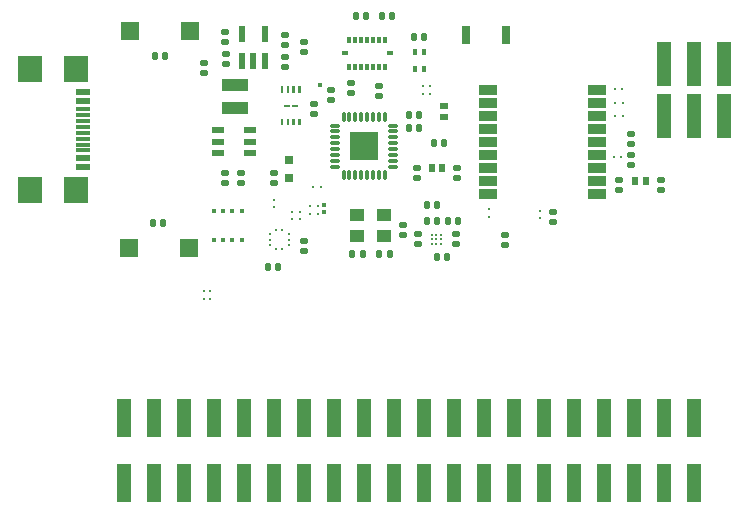
<source format=gtp>
%FSTAX23Y23*%
%MOIN*%
%SFA1B1*%

%IPPOS*%
%AMD21*
4,1,8,0.006200,0.010600,-0.006200,0.010600,-0.011800,0.005000,-0.011800,-0.005000,-0.006200,-0.010600,0.006200,-0.010600,0.011800,-0.005000,0.011800,0.005000,0.006200,0.010600,0.0*
1,1,0.011268,0.006200,0.005000*
1,1,0.011268,-0.006200,0.005000*
1,1,0.011268,-0.006200,-0.005000*
1,1,0.011268,0.006200,-0.005000*
%
%AMD22*
4,1,8,-0.010600,0.006200,-0.010600,-0.006200,-0.005000,-0.011800,0.005000,-0.011800,0.010600,-0.006200,0.010600,0.006200,0.005000,0.011800,-0.005000,0.011800,-0.010600,0.006200,0.0*
1,1,0.011268,-0.005000,0.006200*
1,1,0.011268,-0.005000,-0.006200*
1,1,0.011268,0.005000,-0.006200*
1,1,0.011268,0.005000,0.006200*
%
%AMD45*
4,1,8,-0.014600,-0.005300,0.014600,-0.005300,0.015900,-0.004000,0.015900,0.004000,0.014600,0.005300,-0.014600,0.005300,-0.015900,0.004000,-0.015900,-0.004000,-0.014600,-0.005300,0.0*
1,1,0.002661,-0.014600,-0.004000*
1,1,0.002661,0.014600,-0.004000*
1,1,0.002661,0.014600,0.004000*
1,1,0.002661,-0.014600,0.004000*
%
%AMD46*
4,1,8,-0.004000,-0.015900,0.004000,-0.015900,0.005300,-0.014600,0.005300,0.014600,0.004000,0.015900,-0.004000,0.015900,-0.005300,0.014600,-0.005300,-0.014600,-0.004000,-0.015900,0.0*
1,1,0.002661,-0.004000,-0.014600*
1,1,0.002661,0.004000,-0.014600*
1,1,0.002661,0.004000,0.014600*
1,1,0.002661,-0.004000,0.014600*
%
%ADD19R,0.062992X0.035433*%
%ADD20R,0.020079X0.028740*%
G04~CAMADD=21~8~0.0~0.0~236.2~212.6~56.3~0.0~15~0.0~0.0~0.0~0.0~0~0.0~0.0~0.0~0.0~0~0.0~0.0~0.0~0.0~236.2~212.6*
%ADD21D21*%
G04~CAMADD=22~8~0.0~0.0~236.2~212.6~56.3~0.0~15~0.0~0.0~0.0~0.0~0~0.0~0.0~0.0~0.0~0~0.0~0.0~0.0~90.0~212.0~236.0*
%ADD22D22*%
%ADD23C,0.009000*%
%ADD24R,0.010000X0.010000*%
%ADD25C,0.015000*%
%ADD26R,0.010000X0.010000*%
%ADD27R,0.050000X0.125197*%
%ADD28R,0.050000X0.145000*%
%ADD29R,0.031496X0.062992*%
%ADD30R,0.031496X0.031496*%
%ADD31R,0.051181X0.043307*%
%ADD32R,0.038500X0.022000*%
%ADD33R,0.028740X0.020079*%
%ADD34R,0.011000X0.010000*%
%ADD35R,0.010000X0.011000*%
%ADD36R,0.011811X0.019685*%
%ADD37R,0.023228X0.013780*%
%ADD38R,0.013780X0.023228*%
%ADD39R,0.060000X0.060000*%
%ADD40R,0.015748X0.015748*%
%ADD41R,0.086614X0.039370*%
%ADD42R,0.045275X0.023622*%
%ADD43R,0.045275X0.011811*%
%ADD44R,0.078740X0.085827*%
G04~CAMADD=45~8~0.0~0.0~318.9~106.3~13.3~0.0~15~0.0~0.0~0.0~0.0~0~0.0~0.0~0.0~0.0~0~0.0~0.0~0.0~180.0~318.0~106.0*
%ADD45D45*%
G04~CAMADD=46~8~0.0~0.0~106.3~318.9~13.3~0.0~15~0.0~0.0~0.0~0.0~0~0.0~0.0~0.0~0.0~0~0.0~0.0~0.0~180.0~106.0~318.0*
%ADD46D46*%
%ADD47R,0.092126X0.092126*%
%ADD48R,0.023622X0.051968*%
%LNesp32c3phils-1*%
%LPD*%
G36*
X03433Y04018D02*
X03425D01*
Y04039*
X03433*
Y04018*
G37*
G36*
X03413D02*
X03405D01*
Y04039*
X03413*
Y04018*
G37*
G36*
X03394D02*
X03386D01*
Y04039*
X03394*
Y04018*
G37*
G36*
X03374D02*
X03366D01*
Y04039*
X03374*
Y04018*
G37*
G36*
X03423Y03971D02*
X03403D01*
Y03978*
X03423*
Y03971*
G37*
G36*
X03396D02*
X03376D01*
Y03978*
X03396*
Y03971*
G37*
G36*
X03433Y0391D02*
X03425D01*
Y03931*
X03433*
Y0391*
G37*
G36*
X03413D02*
X03405D01*
Y03931*
X03413*
Y0391*
G37*
G36*
X03394D02*
X03386D01*
Y03931*
X03394*
Y0391*
G37*
G36*
X03374D02*
X03366D01*
Y03931*
X03374*
Y0391*
G37*
G54D19*
X04421Y04028D03*
Y03984D03*
Y03941D03*
Y03898D03*
Y03855D03*
Y03811D03*
Y03768D03*
Y03725D03*
Y03681D03*
X04058D03*
Y03725D03*
Y03768D03*
Y03811D03*
Y03855D03*
Y03898D03*
Y03941D03*
Y03984D03*
Y04028D03*
G54D20*
X04546Y03725D03*
X04583D03*
X03869Y03768D03*
X03905D03*
G54D21*
X04495Y03693D03*
Y03726D03*
X04635Y03693D03*
Y03726D03*
X0382Y03733D03*
Y03766D03*
X03955Y03733D03*
Y03766D03*
X03825Y03546D03*
Y03513D03*
X0395Y03546D03*
Y03513D03*
X04275Y03621D03*
Y03588D03*
X04115Y03511D03*
Y03545D03*
X04535Y03848D03*
Y03881D03*
Y03778D03*
Y03811D03*
X03445Y04153D03*
Y04186D03*
X03344Y03718D03*
X0338Y04178D03*
Y04211D03*
X03533Y04026D03*
Y03993D03*
X03477Y03981D03*
Y03948D03*
X03695Y04041D03*
Y04008D03*
X03775Y03576D03*
Y03543D03*
X03442Y03491D03*
Y03525D03*
X03179Y0422D03*
Y04186D03*
X03185Y04113D03*
Y04146D03*
X036Y04051D03*
Y04018D03*
X03344Y03751D03*
X0311Y04083D03*
Y04116D03*
X03235Y03751D03*
Y03718D03*
X0318Y03751D03*
Y03718D03*
X0338Y04103D03*
Y04136D03*
G54D22*
X03886Y03591D03*
X03853D03*
Y03645D03*
X03886D03*
X03956Y03591D03*
X03923D03*
X03911Y0385D03*
X03878D03*
X03921Y0347D03*
X03888D03*
X03843Y04205D03*
X0381D03*
X03826Y03945D03*
X03793D03*
X02981Y0414D03*
X02948D03*
X03356Y03436D03*
X03323D03*
X03651Y04275D03*
X03618D03*
X03703D03*
X03736D03*
X03729Y0348D03*
X03695D03*
X03605D03*
X03639D03*
X03793Y039D03*
X03826D03*
X0294Y03585D03*
X02973D03*
G54D23*
X039Y03545D03*
Y03529D03*
Y03513D03*
X03885Y03545D03*
Y03529D03*
Y03513D03*
X03869Y03545D03*
Y03529D03*
Y03513D03*
G54D24*
X03345Y03636D03*
Y03661D03*
X0343Y03621D03*
Y03596D03*
X03405D03*
Y03621D03*
X03865Y04039D03*
Y04014D03*
X0384D03*
Y04039D03*
X0423Y03624D03*
Y03599D03*
X0406Y03604D03*
Y03629D03*
X0313Y03356D03*
Y03331D03*
X0311D03*
Y03356D03*
G54D25*
X03497Y04045D03*
X0351Y0362D03*
Y03645D03*
G54D26*
X03464Y0364D03*
X03489D03*
Y03615D03*
X03464D03*
X04476Y03805D03*
X04501D03*
X04505Y0403D03*
X0448D03*
X04481Y03985D03*
X04506D03*
Y0394D03*
X04481D03*
X03499Y03705D03*
X03474D03*
G54D27*
X04745Y02717D03*
Y02932D03*
X04645Y02717D03*
Y02932D03*
X04545Y02717D03*
Y02932D03*
X04445Y02717D03*
Y02932D03*
X04345Y02717D03*
Y02932D03*
X04245Y02717D03*
Y02932D03*
X04145Y02717D03*
Y02932D03*
X04045Y02717D03*
Y02932D03*
X03945Y02717D03*
Y02932D03*
X03845Y02717D03*
Y02932D03*
X03745Y02717D03*
Y02932D03*
X03645Y02717D03*
Y02932D03*
X03545Y02717D03*
Y02932D03*
X03445Y02717D03*
Y02932D03*
X03345Y02717D03*
Y02932D03*
X03245Y02717D03*
Y02932D03*
X03145Y02717D03*
Y02932D03*
X03045Y02717D03*
Y02932D03*
X02945Y02717D03*
Y02932D03*
X02845Y02717D03*
Y02932D03*
G54D28*
X04645Y04115D03*
X04745D03*
X04845D03*
X04645Y0394D03*
X04745D03*
X04845D03*
G54D29*
X03983Y0421D03*
X04116D03*
G54D30*
X03395Y03735D03*
Y03794D03*
G54D31*
X03619Y03539D03*
X0371D03*
Y0361D03*
X03619D03*
G54D32*
X03156Y03817D03*
Y03855D03*
Y03892D03*
X03263D03*
Y03855D03*
Y03817D03*
G54D33*
X0391Y03973D03*
Y03936D03*
G54D34*
X0333Y03509D03*
Y03528D03*
Y03548D03*
X03392D03*
Y03528D03*
Y03509D03*
G54D35*
X03351Y03559D03*
X03371D03*
Y03497D03*
X03351D03*
G54D36*
X03814Y04097D03*
X03845D03*
Y04152D03*
X03814D03*
G54D37*
X0373Y04149D03*
X03579D03*
G54D38*
X03714Y04103D03*
X03694D03*
X03674D03*
X03655D03*
X03635D03*
X03615D03*
X03595D03*
Y04195D03*
X03615D03*
X03635D03*
X03655D03*
X03674D03*
X03694D03*
X03714D03*
G54D39*
X03064Y04225D03*
X02865D03*
X0306Y035D03*
X02861D03*
G54D40*
X03142Y03622D03*
X03174D03*
X03205D03*
X03237D03*
Y03527D03*
X03205D03*
X03174D03*
X03142D03*
G54D41*
X03215Y04042D03*
Y03967D03*
G54D42*
X02707Y0402D03*
Y03989D03*
Y038D03*
Y03769D03*
G54D43*
X02707Y03963D03*
Y03826D03*
Y03944D03*
Y03845D03*
Y03924D03*
Y03865D03*
Y03904D03*
Y03885D03*
G54D44*
X02684Y04096D03*
Y03693D03*
X02529Y04096D03*
Y03693D03*
G54D45*
X03741Y03771D03*
Y0379D03*
Y0381D03*
Y0383D03*
Y03849D03*
Y03869D03*
Y03889D03*
Y03908D03*
X03548D03*
Y03889D03*
Y03869D03*
Y03849D03*
Y0383D03*
Y0381D03*
Y0379D03*
Y03771D03*
G54D46*
X03713Y03936D03*
X03694D03*
X03674D03*
X03654D03*
X03635D03*
X03615D03*
X03595D03*
X03576D03*
Y03743D03*
X03595D03*
X03615D03*
X03635D03*
X03654D03*
X03674D03*
X03694D03*
X03713D03*
G54D47*
X03645Y0384D03*
G54D48*
X03237Y04124D03*
X03275D03*
X03312D03*
Y04215D03*
X03237D03*
M02*
</source>
